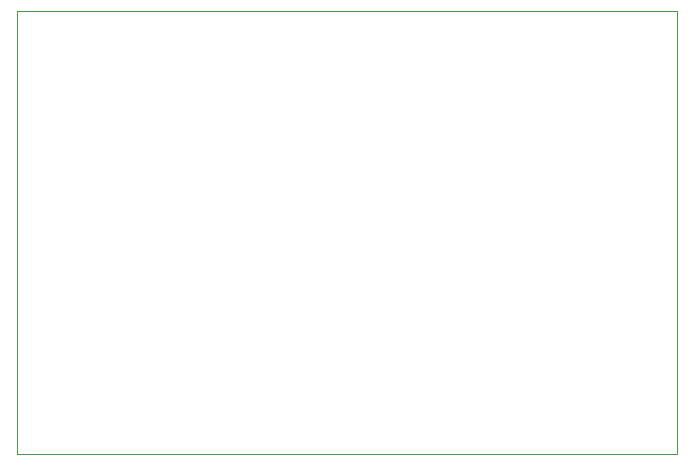
<source format=gbr>
%TF.GenerationSoftware,KiCad,Pcbnew,(5.1.10)-1*%
%TF.CreationDate,2021-12-07T14:34:22+03:00*%
%TF.ProjectId,4-20mA_converter,342d3230-6d41-45f6-936f-6e7665727465,rev?*%
%TF.SameCoordinates,Original*%
%TF.FileFunction,Profile,NP*%
%FSLAX46Y46*%
G04 Gerber Fmt 4.6, Leading zero omitted, Abs format (unit mm)*
G04 Created by KiCad (PCBNEW (5.1.10)-1) date 2021-12-07 14:34:22*
%MOMM*%
%LPD*%
G01*
G04 APERTURE LIST*
%TA.AperFunction,Profile*%
%ADD10C,0.050000*%
%TD*%
G04 APERTURE END LIST*
D10*
X68580000Y-48260000D02*
X68580000Y-50165000D01*
X12700000Y-48260000D02*
X12700000Y-50165000D01*
X12700000Y-48260000D02*
X12700000Y-12700000D01*
X68580000Y-50165000D02*
X12700000Y-50165000D01*
X68580000Y-12700000D02*
X68580000Y-48260000D01*
X12700000Y-12700000D02*
X68580000Y-12700000D01*
M02*

</source>
